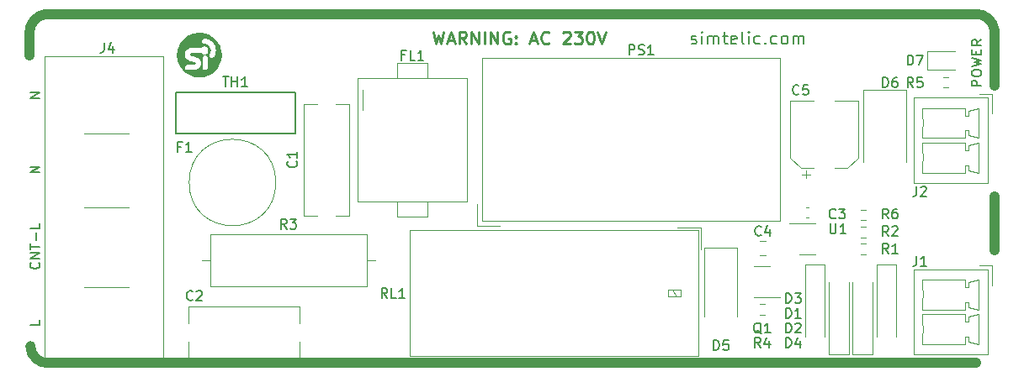
<source format=gbr>
%TF.GenerationSoftware,KiCad,Pcbnew,7.0.7-7.0.7~ubuntu22.04.1*%
%TF.CreationDate,2024-01-12T18:41:48+05:30*%
%TF.ProjectId,electronic-limit-sw,656c6563-7472-46f6-9e69-632d6c696d69,1.0.0*%
%TF.SameCoordinates,Original*%
%TF.FileFunction,Legend,Top*%
%TF.FilePolarity,Positive*%
%FSLAX46Y46*%
G04 Gerber Fmt 4.6, Leading zero omitted, Abs format (unit mm)*
G04 Created by KiCad (PCBNEW 7.0.7-7.0.7~ubuntu22.04.1) date 2024-01-12 18:41:48*
%MOMM*%
%LPD*%
G01*
G04 APERTURE LIST*
%ADD10C,1.000000*%
%ADD11C,0.200000*%
%ADD12C,0.150000*%
%ADD13C,0.250000*%
%ADD14C,0.120000*%
G04 APERTURE END LIST*
D10*
X91100003Y-77800021D02*
G75*
G03*
X89400001Y-79800000I230797J-1918679D01*
G01*
X186500000Y-79600000D02*
X186500000Y-85000000D01*
X89400000Y-79800000D02*
X89400000Y-82000000D01*
X186500000Y-96200000D02*
X186500000Y-101600000D01*
X89499902Y-111301332D02*
G75*
G03*
X91400000Y-113001329I1736598J29132D01*
G01*
X91200000Y-113000000D02*
X184700000Y-113000000D01*
X91100000Y-77800000D02*
X184600000Y-77800000D01*
X186518680Y-79469193D02*
G75*
G03*
X184600000Y-77800001I-1882380J-226407D01*
G01*
D11*
X156015475Y-80772350D02*
X156134522Y-80831873D01*
X156134522Y-80831873D02*
X156372618Y-80831873D01*
X156372618Y-80831873D02*
X156491665Y-80772350D01*
X156491665Y-80772350D02*
X156551189Y-80653302D01*
X156551189Y-80653302D02*
X156551189Y-80593778D01*
X156551189Y-80593778D02*
X156491665Y-80474730D01*
X156491665Y-80474730D02*
X156372618Y-80415207D01*
X156372618Y-80415207D02*
X156194046Y-80415207D01*
X156194046Y-80415207D02*
X156074999Y-80355683D01*
X156074999Y-80355683D02*
X156015475Y-80236635D01*
X156015475Y-80236635D02*
X156015475Y-80177111D01*
X156015475Y-80177111D02*
X156074999Y-80058064D01*
X156074999Y-80058064D02*
X156194046Y-79998540D01*
X156194046Y-79998540D02*
X156372618Y-79998540D01*
X156372618Y-79998540D02*
X156491665Y-80058064D01*
X157086904Y-80831873D02*
X157086904Y-79998540D01*
X157086904Y-79581873D02*
X157027380Y-79641397D01*
X157027380Y-79641397D02*
X157086904Y-79700921D01*
X157086904Y-79700921D02*
X157146427Y-79641397D01*
X157146427Y-79641397D02*
X157086904Y-79581873D01*
X157086904Y-79581873D02*
X157086904Y-79700921D01*
X157682142Y-80831873D02*
X157682142Y-79998540D01*
X157682142Y-80117588D02*
X157741665Y-80058064D01*
X157741665Y-80058064D02*
X157860713Y-79998540D01*
X157860713Y-79998540D02*
X158039284Y-79998540D01*
X158039284Y-79998540D02*
X158158332Y-80058064D01*
X158158332Y-80058064D02*
X158217856Y-80177111D01*
X158217856Y-80177111D02*
X158217856Y-80831873D01*
X158217856Y-80177111D02*
X158277380Y-80058064D01*
X158277380Y-80058064D02*
X158396427Y-79998540D01*
X158396427Y-79998540D02*
X158574999Y-79998540D01*
X158574999Y-79998540D02*
X158694046Y-80058064D01*
X158694046Y-80058064D02*
X158753570Y-80177111D01*
X158753570Y-80177111D02*
X158753570Y-80831873D01*
X159170237Y-79998540D02*
X159646428Y-79998540D01*
X159348809Y-79581873D02*
X159348809Y-80653302D01*
X159348809Y-80653302D02*
X159408332Y-80772350D01*
X159408332Y-80772350D02*
X159527380Y-80831873D01*
X159527380Y-80831873D02*
X159646428Y-80831873D01*
X160539285Y-80772350D02*
X160420237Y-80831873D01*
X160420237Y-80831873D02*
X160182142Y-80831873D01*
X160182142Y-80831873D02*
X160063095Y-80772350D01*
X160063095Y-80772350D02*
X160003571Y-80653302D01*
X160003571Y-80653302D02*
X160003571Y-80177111D01*
X160003571Y-80177111D02*
X160063095Y-80058064D01*
X160063095Y-80058064D02*
X160182142Y-79998540D01*
X160182142Y-79998540D02*
X160420237Y-79998540D01*
X160420237Y-79998540D02*
X160539285Y-80058064D01*
X160539285Y-80058064D02*
X160598809Y-80177111D01*
X160598809Y-80177111D02*
X160598809Y-80296159D01*
X160598809Y-80296159D02*
X160003571Y-80415207D01*
X161313095Y-80831873D02*
X161194047Y-80772350D01*
X161194047Y-80772350D02*
X161134524Y-80653302D01*
X161134524Y-80653302D02*
X161134524Y-79581873D01*
X161789286Y-80831873D02*
X161789286Y-79998540D01*
X161789286Y-79581873D02*
X161729762Y-79641397D01*
X161729762Y-79641397D02*
X161789286Y-79700921D01*
X161789286Y-79700921D02*
X161848809Y-79641397D01*
X161848809Y-79641397D02*
X161789286Y-79581873D01*
X161789286Y-79581873D02*
X161789286Y-79700921D01*
X162920238Y-80772350D02*
X162801190Y-80831873D01*
X162801190Y-80831873D02*
X162563095Y-80831873D01*
X162563095Y-80831873D02*
X162444047Y-80772350D01*
X162444047Y-80772350D02*
X162384524Y-80712826D01*
X162384524Y-80712826D02*
X162325000Y-80593778D01*
X162325000Y-80593778D02*
X162325000Y-80236635D01*
X162325000Y-80236635D02*
X162384524Y-80117588D01*
X162384524Y-80117588D02*
X162444047Y-80058064D01*
X162444047Y-80058064D02*
X162563095Y-79998540D01*
X162563095Y-79998540D02*
X162801190Y-79998540D01*
X162801190Y-79998540D02*
X162920238Y-80058064D01*
X163455953Y-80712826D02*
X163515476Y-80772350D01*
X163515476Y-80772350D02*
X163455953Y-80831873D01*
X163455953Y-80831873D02*
X163396429Y-80772350D01*
X163396429Y-80772350D02*
X163455953Y-80712826D01*
X163455953Y-80712826D02*
X163455953Y-80831873D01*
X164586905Y-80772350D02*
X164467857Y-80831873D01*
X164467857Y-80831873D02*
X164229762Y-80831873D01*
X164229762Y-80831873D02*
X164110714Y-80772350D01*
X164110714Y-80772350D02*
X164051191Y-80712826D01*
X164051191Y-80712826D02*
X163991667Y-80593778D01*
X163991667Y-80593778D02*
X163991667Y-80236635D01*
X163991667Y-80236635D02*
X164051191Y-80117588D01*
X164051191Y-80117588D02*
X164110714Y-80058064D01*
X164110714Y-80058064D02*
X164229762Y-79998540D01*
X164229762Y-79998540D02*
X164467857Y-79998540D01*
X164467857Y-79998540D02*
X164586905Y-80058064D01*
X165301191Y-80831873D02*
X165182143Y-80772350D01*
X165182143Y-80772350D02*
X165122620Y-80712826D01*
X165122620Y-80712826D02*
X165063096Y-80593778D01*
X165063096Y-80593778D02*
X165063096Y-80236635D01*
X165063096Y-80236635D02*
X165122620Y-80117588D01*
X165122620Y-80117588D02*
X165182143Y-80058064D01*
X165182143Y-80058064D02*
X165301191Y-79998540D01*
X165301191Y-79998540D02*
X165479762Y-79998540D01*
X165479762Y-79998540D02*
X165598810Y-80058064D01*
X165598810Y-80058064D02*
X165658334Y-80117588D01*
X165658334Y-80117588D02*
X165717858Y-80236635D01*
X165717858Y-80236635D02*
X165717858Y-80593778D01*
X165717858Y-80593778D02*
X165658334Y-80712826D01*
X165658334Y-80712826D02*
X165598810Y-80772350D01*
X165598810Y-80772350D02*
X165479762Y-80831873D01*
X165479762Y-80831873D02*
X165301191Y-80831873D01*
X166253572Y-80831873D02*
X166253572Y-79998540D01*
X166253572Y-80117588D02*
X166313095Y-80058064D01*
X166313095Y-80058064D02*
X166432143Y-79998540D01*
X166432143Y-79998540D02*
X166610714Y-79998540D01*
X166610714Y-79998540D02*
X166729762Y-80058064D01*
X166729762Y-80058064D02*
X166789286Y-80177111D01*
X166789286Y-80177111D02*
X166789286Y-80831873D01*
X166789286Y-80177111D02*
X166848810Y-80058064D01*
X166848810Y-80058064D02*
X166967857Y-79998540D01*
X166967857Y-79998540D02*
X167146429Y-79998540D01*
X167146429Y-79998540D02*
X167265476Y-80058064D01*
X167265476Y-80058064D02*
X167325000Y-80177111D01*
X167325000Y-80177111D02*
X167325000Y-80831873D01*
D12*
X90359580Y-102869047D02*
X90407200Y-102916666D01*
X90407200Y-102916666D02*
X90454819Y-103059523D01*
X90454819Y-103059523D02*
X90454819Y-103154761D01*
X90454819Y-103154761D02*
X90407200Y-103297618D01*
X90407200Y-103297618D02*
X90311961Y-103392856D01*
X90311961Y-103392856D02*
X90216723Y-103440475D01*
X90216723Y-103440475D02*
X90026247Y-103488094D01*
X90026247Y-103488094D02*
X89883390Y-103488094D01*
X89883390Y-103488094D02*
X89692914Y-103440475D01*
X89692914Y-103440475D02*
X89597676Y-103392856D01*
X89597676Y-103392856D02*
X89502438Y-103297618D01*
X89502438Y-103297618D02*
X89454819Y-103154761D01*
X89454819Y-103154761D02*
X89454819Y-103059523D01*
X89454819Y-103059523D02*
X89502438Y-102916666D01*
X89502438Y-102916666D02*
X89550057Y-102869047D01*
X90454819Y-102440475D02*
X89454819Y-102440475D01*
X89454819Y-102440475D02*
X90454819Y-101869047D01*
X90454819Y-101869047D02*
X89454819Y-101869047D01*
X89454819Y-101535713D02*
X89454819Y-100964285D01*
X90454819Y-101249999D02*
X89454819Y-101249999D01*
X90073866Y-100630951D02*
X90073866Y-99869047D01*
X90454819Y-98916666D02*
X90454819Y-99392856D01*
X90454819Y-99392856D02*
X89454819Y-99392856D01*
X90454819Y-93785713D02*
X89454819Y-93785713D01*
X89454819Y-93785713D02*
X90454819Y-93214285D01*
X90454819Y-93214285D02*
X89454819Y-93214285D01*
X90454819Y-86285713D02*
X89454819Y-86285713D01*
X89454819Y-86285713D02*
X90454819Y-85714285D01*
X90454819Y-85714285D02*
X89454819Y-85714285D01*
X90454819Y-108690476D02*
X90454819Y-109166666D01*
X90454819Y-109166666D02*
X89454819Y-109166666D01*
X185204819Y-85059523D02*
X184204819Y-85059523D01*
X184204819Y-85059523D02*
X184204819Y-84678571D01*
X184204819Y-84678571D02*
X184252438Y-84583333D01*
X184252438Y-84583333D02*
X184300057Y-84535714D01*
X184300057Y-84535714D02*
X184395295Y-84488095D01*
X184395295Y-84488095D02*
X184538152Y-84488095D01*
X184538152Y-84488095D02*
X184633390Y-84535714D01*
X184633390Y-84535714D02*
X184681009Y-84583333D01*
X184681009Y-84583333D02*
X184728628Y-84678571D01*
X184728628Y-84678571D02*
X184728628Y-85059523D01*
X184204819Y-83869047D02*
X184204819Y-83678571D01*
X184204819Y-83678571D02*
X184252438Y-83583333D01*
X184252438Y-83583333D02*
X184347676Y-83488095D01*
X184347676Y-83488095D02*
X184538152Y-83440476D01*
X184538152Y-83440476D02*
X184871485Y-83440476D01*
X184871485Y-83440476D02*
X185061961Y-83488095D01*
X185061961Y-83488095D02*
X185157200Y-83583333D01*
X185157200Y-83583333D02*
X185204819Y-83678571D01*
X185204819Y-83678571D02*
X185204819Y-83869047D01*
X185204819Y-83869047D02*
X185157200Y-83964285D01*
X185157200Y-83964285D02*
X185061961Y-84059523D01*
X185061961Y-84059523D02*
X184871485Y-84107142D01*
X184871485Y-84107142D02*
X184538152Y-84107142D01*
X184538152Y-84107142D02*
X184347676Y-84059523D01*
X184347676Y-84059523D02*
X184252438Y-83964285D01*
X184252438Y-83964285D02*
X184204819Y-83869047D01*
X184204819Y-83107142D02*
X185204819Y-82869047D01*
X185204819Y-82869047D02*
X184490533Y-82678571D01*
X184490533Y-82678571D02*
X185204819Y-82488095D01*
X185204819Y-82488095D02*
X184204819Y-82250000D01*
X184681009Y-81869047D02*
X184681009Y-81535714D01*
X185204819Y-81392857D02*
X185204819Y-81869047D01*
X185204819Y-81869047D02*
X184204819Y-81869047D01*
X184204819Y-81869047D02*
X184204819Y-81392857D01*
X185204819Y-80392857D02*
X184728628Y-80726190D01*
X185204819Y-80964285D02*
X184204819Y-80964285D01*
X184204819Y-80964285D02*
X184204819Y-80583333D01*
X184204819Y-80583333D02*
X184252438Y-80488095D01*
X184252438Y-80488095D02*
X184300057Y-80440476D01*
X184300057Y-80440476D02*
X184395295Y-80392857D01*
X184395295Y-80392857D02*
X184538152Y-80392857D01*
X184538152Y-80392857D02*
X184633390Y-80440476D01*
X184633390Y-80440476D02*
X184681009Y-80488095D01*
X184681009Y-80488095D02*
X184728628Y-80583333D01*
X184728628Y-80583333D02*
X184728628Y-80964285D01*
D13*
X130023285Y-79579273D02*
X130320904Y-80829273D01*
X130320904Y-80829273D02*
X130558999Y-79936416D01*
X130558999Y-79936416D02*
X130797094Y-80829273D01*
X130797094Y-80829273D02*
X131094714Y-79579273D01*
X131511380Y-80472130D02*
X132106618Y-80472130D01*
X131392332Y-80829273D02*
X131808999Y-79579273D01*
X131808999Y-79579273D02*
X132225665Y-80829273D01*
X133356618Y-80829273D02*
X132939952Y-80234035D01*
X132642333Y-80829273D02*
X132642333Y-79579273D01*
X132642333Y-79579273D02*
X133118523Y-79579273D01*
X133118523Y-79579273D02*
X133237571Y-79638797D01*
X133237571Y-79638797D02*
X133297094Y-79698321D01*
X133297094Y-79698321D02*
X133356618Y-79817369D01*
X133356618Y-79817369D02*
X133356618Y-79995940D01*
X133356618Y-79995940D02*
X133297094Y-80114988D01*
X133297094Y-80114988D02*
X133237571Y-80174511D01*
X133237571Y-80174511D02*
X133118523Y-80234035D01*
X133118523Y-80234035D02*
X132642333Y-80234035D01*
X133892333Y-80829273D02*
X133892333Y-79579273D01*
X133892333Y-79579273D02*
X134606618Y-80829273D01*
X134606618Y-80829273D02*
X134606618Y-79579273D01*
X135201857Y-80829273D02*
X135201857Y-79579273D01*
X135797095Y-80829273D02*
X135797095Y-79579273D01*
X135797095Y-79579273D02*
X136511380Y-80829273D01*
X136511380Y-80829273D02*
X136511380Y-79579273D01*
X137761380Y-79638797D02*
X137642333Y-79579273D01*
X137642333Y-79579273D02*
X137463761Y-79579273D01*
X137463761Y-79579273D02*
X137285190Y-79638797D01*
X137285190Y-79638797D02*
X137166142Y-79757845D01*
X137166142Y-79757845D02*
X137106619Y-79876892D01*
X137106619Y-79876892D02*
X137047095Y-80114988D01*
X137047095Y-80114988D02*
X137047095Y-80293559D01*
X137047095Y-80293559D02*
X137106619Y-80531654D01*
X137106619Y-80531654D02*
X137166142Y-80650702D01*
X137166142Y-80650702D02*
X137285190Y-80769750D01*
X137285190Y-80769750D02*
X137463761Y-80829273D01*
X137463761Y-80829273D02*
X137582809Y-80829273D01*
X137582809Y-80829273D02*
X137761380Y-80769750D01*
X137761380Y-80769750D02*
X137820904Y-80710226D01*
X137820904Y-80710226D02*
X137820904Y-80293559D01*
X137820904Y-80293559D02*
X137582809Y-80293559D01*
X138356619Y-80710226D02*
X138416142Y-80769750D01*
X138416142Y-80769750D02*
X138356619Y-80829273D01*
X138356619Y-80829273D02*
X138297095Y-80769750D01*
X138297095Y-80769750D02*
X138356619Y-80710226D01*
X138356619Y-80710226D02*
X138356619Y-80829273D01*
X138356619Y-80055464D02*
X138416142Y-80114988D01*
X138416142Y-80114988D02*
X138356619Y-80174511D01*
X138356619Y-80174511D02*
X138297095Y-80114988D01*
X138297095Y-80114988D02*
X138356619Y-80055464D01*
X138356619Y-80055464D02*
X138356619Y-80174511D01*
X139844714Y-80472130D02*
X140439952Y-80472130D01*
X139725666Y-80829273D02*
X140142333Y-79579273D01*
X140142333Y-79579273D02*
X140558999Y-80829273D01*
X141689952Y-80710226D02*
X141630428Y-80769750D01*
X141630428Y-80769750D02*
X141451857Y-80829273D01*
X141451857Y-80829273D02*
X141332809Y-80829273D01*
X141332809Y-80829273D02*
X141154238Y-80769750D01*
X141154238Y-80769750D02*
X141035190Y-80650702D01*
X141035190Y-80650702D02*
X140975667Y-80531654D01*
X140975667Y-80531654D02*
X140916143Y-80293559D01*
X140916143Y-80293559D02*
X140916143Y-80114988D01*
X140916143Y-80114988D02*
X140975667Y-79876892D01*
X140975667Y-79876892D02*
X141035190Y-79757845D01*
X141035190Y-79757845D02*
X141154238Y-79638797D01*
X141154238Y-79638797D02*
X141332809Y-79579273D01*
X141332809Y-79579273D02*
X141451857Y-79579273D01*
X141451857Y-79579273D02*
X141630428Y-79638797D01*
X141630428Y-79638797D02*
X141689952Y-79698321D01*
X143118524Y-79698321D02*
X143178048Y-79638797D01*
X143178048Y-79638797D02*
X143297095Y-79579273D01*
X143297095Y-79579273D02*
X143594714Y-79579273D01*
X143594714Y-79579273D02*
X143713762Y-79638797D01*
X143713762Y-79638797D02*
X143773286Y-79698321D01*
X143773286Y-79698321D02*
X143832809Y-79817369D01*
X143832809Y-79817369D02*
X143832809Y-79936416D01*
X143832809Y-79936416D02*
X143773286Y-80114988D01*
X143773286Y-80114988D02*
X143059000Y-80829273D01*
X143059000Y-80829273D02*
X143832809Y-80829273D01*
X144249476Y-79579273D02*
X145023285Y-79579273D01*
X145023285Y-79579273D02*
X144606619Y-80055464D01*
X144606619Y-80055464D02*
X144785190Y-80055464D01*
X144785190Y-80055464D02*
X144904238Y-80114988D01*
X144904238Y-80114988D02*
X144963762Y-80174511D01*
X144963762Y-80174511D02*
X145023285Y-80293559D01*
X145023285Y-80293559D02*
X145023285Y-80591178D01*
X145023285Y-80591178D02*
X144963762Y-80710226D01*
X144963762Y-80710226D02*
X144904238Y-80769750D01*
X144904238Y-80769750D02*
X144785190Y-80829273D01*
X144785190Y-80829273D02*
X144428047Y-80829273D01*
X144428047Y-80829273D02*
X144309000Y-80769750D01*
X144309000Y-80769750D02*
X144249476Y-80710226D01*
X145797095Y-79579273D02*
X145916142Y-79579273D01*
X145916142Y-79579273D02*
X146035190Y-79638797D01*
X146035190Y-79638797D02*
X146094714Y-79698321D01*
X146094714Y-79698321D02*
X146154238Y-79817369D01*
X146154238Y-79817369D02*
X146213761Y-80055464D01*
X146213761Y-80055464D02*
X146213761Y-80353083D01*
X146213761Y-80353083D02*
X146154238Y-80591178D01*
X146154238Y-80591178D02*
X146094714Y-80710226D01*
X146094714Y-80710226D02*
X146035190Y-80769750D01*
X146035190Y-80769750D02*
X145916142Y-80829273D01*
X145916142Y-80829273D02*
X145797095Y-80829273D01*
X145797095Y-80829273D02*
X145678047Y-80769750D01*
X145678047Y-80769750D02*
X145618523Y-80710226D01*
X145618523Y-80710226D02*
X145559000Y-80591178D01*
X145559000Y-80591178D02*
X145499476Y-80353083D01*
X145499476Y-80353083D02*
X145499476Y-80055464D01*
X145499476Y-80055464D02*
X145559000Y-79817369D01*
X145559000Y-79817369D02*
X145618523Y-79698321D01*
X145618523Y-79698321D02*
X145678047Y-79638797D01*
X145678047Y-79638797D02*
X145797095Y-79579273D01*
X146570904Y-79579273D02*
X146987571Y-80829273D01*
X146987571Y-80829273D02*
X147404237Y-79579273D01*
D12*
X165511905Y-108454819D02*
X165511905Y-107454819D01*
X165511905Y-107454819D02*
X165750000Y-107454819D01*
X165750000Y-107454819D02*
X165892857Y-107502438D01*
X165892857Y-107502438D02*
X165988095Y-107597676D01*
X165988095Y-107597676D02*
X166035714Y-107692914D01*
X166035714Y-107692914D02*
X166083333Y-107883390D01*
X166083333Y-107883390D02*
X166083333Y-108026247D01*
X166083333Y-108026247D02*
X166035714Y-108216723D01*
X166035714Y-108216723D02*
X165988095Y-108311961D01*
X165988095Y-108311961D02*
X165892857Y-108407200D01*
X165892857Y-108407200D02*
X165750000Y-108454819D01*
X165750000Y-108454819D02*
X165511905Y-108454819D01*
X167035714Y-108454819D02*
X166464286Y-108454819D01*
X166750000Y-108454819D02*
X166750000Y-107454819D01*
X166750000Y-107454819D02*
X166654762Y-107597676D01*
X166654762Y-107597676D02*
X166559524Y-107692914D01*
X166559524Y-107692914D02*
X166464286Y-107740533D01*
X162983333Y-111454819D02*
X162650000Y-110978628D01*
X162411905Y-111454819D02*
X162411905Y-110454819D01*
X162411905Y-110454819D02*
X162792857Y-110454819D01*
X162792857Y-110454819D02*
X162888095Y-110502438D01*
X162888095Y-110502438D02*
X162935714Y-110550057D01*
X162935714Y-110550057D02*
X162983333Y-110645295D01*
X162983333Y-110645295D02*
X162983333Y-110788152D01*
X162983333Y-110788152D02*
X162935714Y-110883390D01*
X162935714Y-110883390D02*
X162888095Y-110931009D01*
X162888095Y-110931009D02*
X162792857Y-110978628D01*
X162792857Y-110978628D02*
X162411905Y-110978628D01*
X163840476Y-110788152D02*
X163840476Y-111454819D01*
X163602381Y-110407200D02*
X163364286Y-111121485D01*
X163364286Y-111121485D02*
X163983333Y-111121485D01*
X104666666Y-91181009D02*
X104333333Y-91181009D01*
X104333333Y-91704819D02*
X104333333Y-90704819D01*
X104333333Y-90704819D02*
X104809523Y-90704819D01*
X105714285Y-91704819D02*
X105142857Y-91704819D01*
X105428571Y-91704819D02*
X105428571Y-90704819D01*
X105428571Y-90704819D02*
X105333333Y-90847676D01*
X105333333Y-90847676D02*
X105238095Y-90942914D01*
X105238095Y-90942914D02*
X105142857Y-90990533D01*
X115283333Y-99484819D02*
X114950000Y-99008628D01*
X114711905Y-99484819D02*
X114711905Y-98484819D01*
X114711905Y-98484819D02*
X115092857Y-98484819D01*
X115092857Y-98484819D02*
X115188095Y-98532438D01*
X115188095Y-98532438D02*
X115235714Y-98580057D01*
X115235714Y-98580057D02*
X115283333Y-98675295D01*
X115283333Y-98675295D02*
X115283333Y-98818152D01*
X115283333Y-98818152D02*
X115235714Y-98913390D01*
X115235714Y-98913390D02*
X115188095Y-98961009D01*
X115188095Y-98961009D02*
X115092857Y-99008628D01*
X115092857Y-99008628D02*
X114711905Y-99008628D01*
X115616667Y-98484819D02*
X116235714Y-98484819D01*
X116235714Y-98484819D02*
X115902381Y-98865771D01*
X115902381Y-98865771D02*
X116045238Y-98865771D01*
X116045238Y-98865771D02*
X116140476Y-98913390D01*
X116140476Y-98913390D02*
X116188095Y-98961009D01*
X116188095Y-98961009D02*
X116235714Y-99056247D01*
X116235714Y-99056247D02*
X116235714Y-99294342D01*
X116235714Y-99294342D02*
X116188095Y-99389580D01*
X116188095Y-99389580D02*
X116140476Y-99437200D01*
X116140476Y-99437200D02*
X116045238Y-99484819D01*
X116045238Y-99484819D02*
X115759524Y-99484819D01*
X115759524Y-99484819D02*
X115664286Y-99437200D01*
X115664286Y-99437200D02*
X115616667Y-99389580D01*
X169988095Y-98954819D02*
X169988095Y-99764342D01*
X169988095Y-99764342D02*
X170035714Y-99859580D01*
X170035714Y-99859580D02*
X170083333Y-99907200D01*
X170083333Y-99907200D02*
X170178571Y-99954819D01*
X170178571Y-99954819D02*
X170369047Y-99954819D01*
X170369047Y-99954819D02*
X170464285Y-99907200D01*
X170464285Y-99907200D02*
X170511904Y-99859580D01*
X170511904Y-99859580D02*
X170559523Y-99764342D01*
X170559523Y-99764342D02*
X170559523Y-98954819D01*
X171559523Y-99954819D02*
X170988095Y-99954819D01*
X171273809Y-99954819D02*
X171273809Y-98954819D01*
X171273809Y-98954819D02*
X171178571Y-99097676D01*
X171178571Y-99097676D02*
X171083333Y-99192914D01*
X171083333Y-99192914D02*
X170988095Y-99240533D01*
X125428571Y-106454819D02*
X125095238Y-105978628D01*
X124857143Y-106454819D02*
X124857143Y-105454819D01*
X124857143Y-105454819D02*
X125238095Y-105454819D01*
X125238095Y-105454819D02*
X125333333Y-105502438D01*
X125333333Y-105502438D02*
X125380952Y-105550057D01*
X125380952Y-105550057D02*
X125428571Y-105645295D01*
X125428571Y-105645295D02*
X125428571Y-105788152D01*
X125428571Y-105788152D02*
X125380952Y-105883390D01*
X125380952Y-105883390D02*
X125333333Y-105931009D01*
X125333333Y-105931009D02*
X125238095Y-105978628D01*
X125238095Y-105978628D02*
X124857143Y-105978628D01*
X126333333Y-106454819D02*
X125857143Y-106454819D01*
X125857143Y-106454819D02*
X125857143Y-105454819D01*
X127190476Y-106454819D02*
X126619048Y-106454819D01*
X126904762Y-106454819D02*
X126904762Y-105454819D01*
X126904762Y-105454819D02*
X126809524Y-105597676D01*
X126809524Y-105597676D02*
X126714286Y-105692914D01*
X126714286Y-105692914D02*
X126619048Y-105740533D01*
X158261905Y-111704819D02*
X158261905Y-110704819D01*
X158261905Y-110704819D02*
X158500000Y-110704819D01*
X158500000Y-110704819D02*
X158642857Y-110752438D01*
X158642857Y-110752438D02*
X158738095Y-110847676D01*
X158738095Y-110847676D02*
X158785714Y-110942914D01*
X158785714Y-110942914D02*
X158833333Y-111133390D01*
X158833333Y-111133390D02*
X158833333Y-111276247D01*
X158833333Y-111276247D02*
X158785714Y-111466723D01*
X158785714Y-111466723D02*
X158738095Y-111561961D01*
X158738095Y-111561961D02*
X158642857Y-111657200D01*
X158642857Y-111657200D02*
X158500000Y-111704819D01*
X158500000Y-111704819D02*
X158261905Y-111704819D01*
X159738095Y-110704819D02*
X159261905Y-110704819D01*
X159261905Y-110704819D02*
X159214286Y-111181009D01*
X159214286Y-111181009D02*
X159261905Y-111133390D01*
X159261905Y-111133390D02*
X159357143Y-111085771D01*
X159357143Y-111085771D02*
X159595238Y-111085771D01*
X159595238Y-111085771D02*
X159690476Y-111133390D01*
X159690476Y-111133390D02*
X159738095Y-111181009D01*
X159738095Y-111181009D02*
X159785714Y-111276247D01*
X159785714Y-111276247D02*
X159785714Y-111514342D01*
X159785714Y-111514342D02*
X159738095Y-111609580D01*
X159738095Y-111609580D02*
X159690476Y-111657200D01*
X159690476Y-111657200D02*
X159595238Y-111704819D01*
X159595238Y-111704819D02*
X159357143Y-111704819D01*
X159357143Y-111704819D02*
X159261905Y-111657200D01*
X159261905Y-111657200D02*
X159214286Y-111609580D01*
X165511905Y-109954819D02*
X165511905Y-108954819D01*
X165511905Y-108954819D02*
X165750000Y-108954819D01*
X165750000Y-108954819D02*
X165892857Y-109002438D01*
X165892857Y-109002438D02*
X165988095Y-109097676D01*
X165988095Y-109097676D02*
X166035714Y-109192914D01*
X166035714Y-109192914D02*
X166083333Y-109383390D01*
X166083333Y-109383390D02*
X166083333Y-109526247D01*
X166083333Y-109526247D02*
X166035714Y-109716723D01*
X166035714Y-109716723D02*
X165988095Y-109811961D01*
X165988095Y-109811961D02*
X165892857Y-109907200D01*
X165892857Y-109907200D02*
X165750000Y-109954819D01*
X165750000Y-109954819D02*
X165511905Y-109954819D01*
X166464286Y-109050057D02*
X166511905Y-109002438D01*
X166511905Y-109002438D02*
X166607143Y-108954819D01*
X166607143Y-108954819D02*
X166845238Y-108954819D01*
X166845238Y-108954819D02*
X166940476Y-109002438D01*
X166940476Y-109002438D02*
X166988095Y-109050057D01*
X166988095Y-109050057D02*
X167035714Y-109145295D01*
X167035714Y-109145295D02*
X167035714Y-109240533D01*
X167035714Y-109240533D02*
X166988095Y-109383390D01*
X166988095Y-109383390D02*
X166416667Y-109954819D01*
X166416667Y-109954819D02*
X167035714Y-109954819D01*
X127201904Y-81931009D02*
X126868571Y-81931009D01*
X126868571Y-82454819D02*
X126868571Y-81454819D01*
X126868571Y-81454819D02*
X127344761Y-81454819D01*
X128201904Y-82454819D02*
X127725714Y-82454819D01*
X127725714Y-82454819D02*
X127725714Y-81454819D01*
X129059047Y-82454819D02*
X128487619Y-82454819D01*
X128773333Y-82454819D02*
X128773333Y-81454819D01*
X128773333Y-81454819D02*
X128678095Y-81597676D01*
X128678095Y-81597676D02*
X128582857Y-81692914D01*
X128582857Y-81692914D02*
X128487619Y-81740533D01*
X175833333Y-98454819D02*
X175500000Y-97978628D01*
X175261905Y-98454819D02*
X175261905Y-97454819D01*
X175261905Y-97454819D02*
X175642857Y-97454819D01*
X175642857Y-97454819D02*
X175738095Y-97502438D01*
X175738095Y-97502438D02*
X175785714Y-97550057D01*
X175785714Y-97550057D02*
X175833333Y-97645295D01*
X175833333Y-97645295D02*
X175833333Y-97788152D01*
X175833333Y-97788152D02*
X175785714Y-97883390D01*
X175785714Y-97883390D02*
X175738095Y-97931009D01*
X175738095Y-97931009D02*
X175642857Y-97978628D01*
X175642857Y-97978628D02*
X175261905Y-97978628D01*
X176690476Y-97454819D02*
X176500000Y-97454819D01*
X176500000Y-97454819D02*
X176404762Y-97502438D01*
X176404762Y-97502438D02*
X176357143Y-97550057D01*
X176357143Y-97550057D02*
X176261905Y-97692914D01*
X176261905Y-97692914D02*
X176214286Y-97883390D01*
X176214286Y-97883390D02*
X176214286Y-98264342D01*
X176214286Y-98264342D02*
X176261905Y-98359580D01*
X176261905Y-98359580D02*
X176309524Y-98407200D01*
X176309524Y-98407200D02*
X176404762Y-98454819D01*
X176404762Y-98454819D02*
X176595238Y-98454819D01*
X176595238Y-98454819D02*
X176690476Y-98407200D01*
X176690476Y-98407200D02*
X176738095Y-98359580D01*
X176738095Y-98359580D02*
X176785714Y-98264342D01*
X176785714Y-98264342D02*
X176785714Y-98026247D01*
X176785714Y-98026247D02*
X176738095Y-97931009D01*
X176738095Y-97931009D02*
X176690476Y-97883390D01*
X176690476Y-97883390D02*
X176595238Y-97835771D01*
X176595238Y-97835771D02*
X176404762Y-97835771D01*
X176404762Y-97835771D02*
X176309524Y-97883390D01*
X176309524Y-97883390D02*
X176261905Y-97931009D01*
X176261905Y-97931009D02*
X176214286Y-98026247D01*
X175833333Y-100204819D02*
X175500000Y-99728628D01*
X175261905Y-100204819D02*
X175261905Y-99204819D01*
X175261905Y-99204819D02*
X175642857Y-99204819D01*
X175642857Y-99204819D02*
X175738095Y-99252438D01*
X175738095Y-99252438D02*
X175785714Y-99300057D01*
X175785714Y-99300057D02*
X175833333Y-99395295D01*
X175833333Y-99395295D02*
X175833333Y-99538152D01*
X175833333Y-99538152D02*
X175785714Y-99633390D01*
X175785714Y-99633390D02*
X175738095Y-99681009D01*
X175738095Y-99681009D02*
X175642857Y-99728628D01*
X175642857Y-99728628D02*
X175261905Y-99728628D01*
X176214286Y-99300057D02*
X176261905Y-99252438D01*
X176261905Y-99252438D02*
X176357143Y-99204819D01*
X176357143Y-99204819D02*
X176595238Y-99204819D01*
X176595238Y-99204819D02*
X176690476Y-99252438D01*
X176690476Y-99252438D02*
X176738095Y-99300057D01*
X176738095Y-99300057D02*
X176785714Y-99395295D01*
X176785714Y-99395295D02*
X176785714Y-99490533D01*
X176785714Y-99490533D02*
X176738095Y-99633390D01*
X176738095Y-99633390D02*
X176166667Y-100204819D01*
X176166667Y-100204819D02*
X176785714Y-100204819D01*
X175261905Y-85204819D02*
X175261905Y-84204819D01*
X175261905Y-84204819D02*
X175500000Y-84204819D01*
X175500000Y-84204819D02*
X175642857Y-84252438D01*
X175642857Y-84252438D02*
X175738095Y-84347676D01*
X175738095Y-84347676D02*
X175785714Y-84442914D01*
X175785714Y-84442914D02*
X175833333Y-84633390D01*
X175833333Y-84633390D02*
X175833333Y-84776247D01*
X175833333Y-84776247D02*
X175785714Y-84966723D01*
X175785714Y-84966723D02*
X175738095Y-85061961D01*
X175738095Y-85061961D02*
X175642857Y-85157200D01*
X175642857Y-85157200D02*
X175500000Y-85204819D01*
X175500000Y-85204819D02*
X175261905Y-85204819D01*
X176690476Y-84204819D02*
X176500000Y-84204819D01*
X176500000Y-84204819D02*
X176404762Y-84252438D01*
X176404762Y-84252438D02*
X176357143Y-84300057D01*
X176357143Y-84300057D02*
X176261905Y-84442914D01*
X176261905Y-84442914D02*
X176214286Y-84633390D01*
X176214286Y-84633390D02*
X176214286Y-85014342D01*
X176214286Y-85014342D02*
X176261905Y-85109580D01*
X176261905Y-85109580D02*
X176309524Y-85157200D01*
X176309524Y-85157200D02*
X176404762Y-85204819D01*
X176404762Y-85204819D02*
X176595238Y-85204819D01*
X176595238Y-85204819D02*
X176690476Y-85157200D01*
X176690476Y-85157200D02*
X176738095Y-85109580D01*
X176738095Y-85109580D02*
X176785714Y-85014342D01*
X176785714Y-85014342D02*
X176785714Y-84776247D01*
X176785714Y-84776247D02*
X176738095Y-84681009D01*
X176738095Y-84681009D02*
X176690476Y-84633390D01*
X176690476Y-84633390D02*
X176595238Y-84585771D01*
X176595238Y-84585771D02*
X176404762Y-84585771D01*
X176404762Y-84585771D02*
X176309524Y-84633390D01*
X176309524Y-84633390D02*
X176261905Y-84681009D01*
X176261905Y-84681009D02*
X176214286Y-84776247D01*
X165511905Y-111454819D02*
X165511905Y-110454819D01*
X165511905Y-110454819D02*
X165750000Y-110454819D01*
X165750000Y-110454819D02*
X165892857Y-110502438D01*
X165892857Y-110502438D02*
X165988095Y-110597676D01*
X165988095Y-110597676D02*
X166035714Y-110692914D01*
X166035714Y-110692914D02*
X166083333Y-110883390D01*
X166083333Y-110883390D02*
X166083333Y-111026247D01*
X166083333Y-111026247D02*
X166035714Y-111216723D01*
X166035714Y-111216723D02*
X165988095Y-111311961D01*
X165988095Y-111311961D02*
X165892857Y-111407200D01*
X165892857Y-111407200D02*
X165750000Y-111454819D01*
X165750000Y-111454819D02*
X165511905Y-111454819D01*
X166940476Y-110788152D02*
X166940476Y-111454819D01*
X166702381Y-110407200D02*
X166464286Y-111121485D01*
X166464286Y-111121485D02*
X167083333Y-111121485D01*
X116259580Y-92666666D02*
X116307200Y-92714285D01*
X116307200Y-92714285D02*
X116354819Y-92857142D01*
X116354819Y-92857142D02*
X116354819Y-92952380D01*
X116354819Y-92952380D02*
X116307200Y-93095237D01*
X116307200Y-93095237D02*
X116211961Y-93190475D01*
X116211961Y-93190475D02*
X116116723Y-93238094D01*
X116116723Y-93238094D02*
X115926247Y-93285713D01*
X115926247Y-93285713D02*
X115783390Y-93285713D01*
X115783390Y-93285713D02*
X115592914Y-93238094D01*
X115592914Y-93238094D02*
X115497676Y-93190475D01*
X115497676Y-93190475D02*
X115402438Y-93095237D01*
X115402438Y-93095237D02*
X115354819Y-92952380D01*
X115354819Y-92952380D02*
X115354819Y-92857142D01*
X115354819Y-92857142D02*
X115402438Y-92714285D01*
X115402438Y-92714285D02*
X115450057Y-92666666D01*
X116354819Y-91714285D02*
X116354819Y-92285713D01*
X116354819Y-91999999D02*
X115354819Y-91999999D01*
X115354819Y-91999999D02*
X115497676Y-92095237D01*
X115497676Y-92095237D02*
X115592914Y-92190475D01*
X115592914Y-92190475D02*
X115640533Y-92285713D01*
X175833333Y-101954819D02*
X175500000Y-101478628D01*
X175261905Y-101954819D02*
X175261905Y-100954819D01*
X175261905Y-100954819D02*
X175642857Y-100954819D01*
X175642857Y-100954819D02*
X175738095Y-101002438D01*
X175738095Y-101002438D02*
X175785714Y-101050057D01*
X175785714Y-101050057D02*
X175833333Y-101145295D01*
X175833333Y-101145295D02*
X175833333Y-101288152D01*
X175833333Y-101288152D02*
X175785714Y-101383390D01*
X175785714Y-101383390D02*
X175738095Y-101431009D01*
X175738095Y-101431009D02*
X175642857Y-101478628D01*
X175642857Y-101478628D02*
X175261905Y-101478628D01*
X176785714Y-101954819D02*
X176214286Y-101954819D01*
X176500000Y-101954819D02*
X176500000Y-100954819D01*
X176500000Y-100954819D02*
X176404762Y-101097676D01*
X176404762Y-101097676D02*
X176309524Y-101192914D01*
X176309524Y-101192914D02*
X176214286Y-101240533D01*
X165511905Y-106954819D02*
X165511905Y-105954819D01*
X165511905Y-105954819D02*
X165750000Y-105954819D01*
X165750000Y-105954819D02*
X165892857Y-106002438D01*
X165892857Y-106002438D02*
X165988095Y-106097676D01*
X165988095Y-106097676D02*
X166035714Y-106192914D01*
X166035714Y-106192914D02*
X166083333Y-106383390D01*
X166083333Y-106383390D02*
X166083333Y-106526247D01*
X166083333Y-106526247D02*
X166035714Y-106716723D01*
X166035714Y-106716723D02*
X165988095Y-106811961D01*
X165988095Y-106811961D02*
X165892857Y-106907200D01*
X165892857Y-106907200D02*
X165750000Y-106954819D01*
X165750000Y-106954819D02*
X165511905Y-106954819D01*
X166416667Y-105954819D02*
X167035714Y-105954819D01*
X167035714Y-105954819D02*
X166702381Y-106335771D01*
X166702381Y-106335771D02*
X166845238Y-106335771D01*
X166845238Y-106335771D02*
X166940476Y-106383390D01*
X166940476Y-106383390D02*
X166988095Y-106431009D01*
X166988095Y-106431009D02*
X167035714Y-106526247D01*
X167035714Y-106526247D02*
X167035714Y-106764342D01*
X167035714Y-106764342D02*
X166988095Y-106859580D01*
X166988095Y-106859580D02*
X166940476Y-106907200D01*
X166940476Y-106907200D02*
X166845238Y-106954819D01*
X166845238Y-106954819D02*
X166559524Y-106954819D01*
X166559524Y-106954819D02*
X166464286Y-106907200D01*
X166464286Y-106907200D02*
X166416667Y-106859580D01*
X105833333Y-106609580D02*
X105785714Y-106657200D01*
X105785714Y-106657200D02*
X105642857Y-106704819D01*
X105642857Y-106704819D02*
X105547619Y-106704819D01*
X105547619Y-106704819D02*
X105404762Y-106657200D01*
X105404762Y-106657200D02*
X105309524Y-106561961D01*
X105309524Y-106561961D02*
X105261905Y-106466723D01*
X105261905Y-106466723D02*
X105214286Y-106276247D01*
X105214286Y-106276247D02*
X105214286Y-106133390D01*
X105214286Y-106133390D02*
X105261905Y-105942914D01*
X105261905Y-105942914D02*
X105309524Y-105847676D01*
X105309524Y-105847676D02*
X105404762Y-105752438D01*
X105404762Y-105752438D02*
X105547619Y-105704819D01*
X105547619Y-105704819D02*
X105642857Y-105704819D01*
X105642857Y-105704819D02*
X105785714Y-105752438D01*
X105785714Y-105752438D02*
X105833333Y-105800057D01*
X106214286Y-105800057D02*
X106261905Y-105752438D01*
X106261905Y-105752438D02*
X106357143Y-105704819D01*
X106357143Y-105704819D02*
X106595238Y-105704819D01*
X106595238Y-105704819D02*
X106690476Y-105752438D01*
X106690476Y-105752438D02*
X106738095Y-105800057D01*
X106738095Y-105800057D02*
X106785714Y-105895295D01*
X106785714Y-105895295D02*
X106785714Y-105990533D01*
X106785714Y-105990533D02*
X106738095Y-106133390D01*
X106738095Y-106133390D02*
X106166667Y-106704819D01*
X106166667Y-106704819D02*
X106785714Y-106704819D01*
X108864286Y-84138149D02*
X109435714Y-84138149D01*
X109150000Y-85138149D02*
X109150000Y-84138149D01*
X109769048Y-85138149D02*
X109769048Y-84138149D01*
X109769048Y-84614339D02*
X110340476Y-84614339D01*
X110340476Y-85138149D02*
X110340476Y-84138149D01*
X111340476Y-85138149D02*
X110769048Y-85138149D01*
X111054762Y-85138149D02*
X111054762Y-84138149D01*
X111054762Y-84138149D02*
X110959524Y-84281006D01*
X110959524Y-84281006D02*
X110864286Y-84376244D01*
X110864286Y-84376244D02*
X110769048Y-84423863D01*
X166833333Y-85859580D02*
X166785714Y-85907200D01*
X166785714Y-85907200D02*
X166642857Y-85954819D01*
X166642857Y-85954819D02*
X166547619Y-85954819D01*
X166547619Y-85954819D02*
X166404762Y-85907200D01*
X166404762Y-85907200D02*
X166309524Y-85811961D01*
X166309524Y-85811961D02*
X166261905Y-85716723D01*
X166261905Y-85716723D02*
X166214286Y-85526247D01*
X166214286Y-85526247D02*
X166214286Y-85383390D01*
X166214286Y-85383390D02*
X166261905Y-85192914D01*
X166261905Y-85192914D02*
X166309524Y-85097676D01*
X166309524Y-85097676D02*
X166404762Y-85002438D01*
X166404762Y-85002438D02*
X166547619Y-84954819D01*
X166547619Y-84954819D02*
X166642857Y-84954819D01*
X166642857Y-84954819D02*
X166785714Y-85002438D01*
X166785714Y-85002438D02*
X166833333Y-85050057D01*
X167738095Y-84954819D02*
X167261905Y-84954819D01*
X167261905Y-84954819D02*
X167214286Y-85431009D01*
X167214286Y-85431009D02*
X167261905Y-85383390D01*
X167261905Y-85383390D02*
X167357143Y-85335771D01*
X167357143Y-85335771D02*
X167595238Y-85335771D01*
X167595238Y-85335771D02*
X167690476Y-85383390D01*
X167690476Y-85383390D02*
X167738095Y-85431009D01*
X167738095Y-85431009D02*
X167785714Y-85526247D01*
X167785714Y-85526247D02*
X167785714Y-85764342D01*
X167785714Y-85764342D02*
X167738095Y-85859580D01*
X167738095Y-85859580D02*
X167690476Y-85907200D01*
X167690476Y-85907200D02*
X167595238Y-85954819D01*
X167595238Y-85954819D02*
X167357143Y-85954819D01*
X167357143Y-85954819D02*
X167261905Y-85907200D01*
X167261905Y-85907200D02*
X167214286Y-85859580D01*
X178666666Y-102204819D02*
X178666666Y-102919104D01*
X178666666Y-102919104D02*
X178619047Y-103061961D01*
X178619047Y-103061961D02*
X178523809Y-103157200D01*
X178523809Y-103157200D02*
X178380952Y-103204819D01*
X178380952Y-103204819D02*
X178285714Y-103204819D01*
X179666666Y-103204819D02*
X179095238Y-103204819D01*
X179380952Y-103204819D02*
X179380952Y-102204819D01*
X179380952Y-102204819D02*
X179285714Y-102347676D01*
X179285714Y-102347676D02*
X179190476Y-102442914D01*
X179190476Y-102442914D02*
X179095238Y-102490533D01*
X149743214Y-81912319D02*
X149743214Y-80912319D01*
X149743214Y-80912319D02*
X150124166Y-80912319D01*
X150124166Y-80912319D02*
X150219404Y-80959938D01*
X150219404Y-80959938D02*
X150267023Y-81007557D01*
X150267023Y-81007557D02*
X150314642Y-81102795D01*
X150314642Y-81102795D02*
X150314642Y-81245652D01*
X150314642Y-81245652D02*
X150267023Y-81340890D01*
X150267023Y-81340890D02*
X150219404Y-81388509D01*
X150219404Y-81388509D02*
X150124166Y-81436128D01*
X150124166Y-81436128D02*
X149743214Y-81436128D01*
X150695595Y-81864700D02*
X150838452Y-81912319D01*
X150838452Y-81912319D02*
X151076547Y-81912319D01*
X151076547Y-81912319D02*
X151171785Y-81864700D01*
X151171785Y-81864700D02*
X151219404Y-81817080D01*
X151219404Y-81817080D02*
X151267023Y-81721842D01*
X151267023Y-81721842D02*
X151267023Y-81626604D01*
X151267023Y-81626604D02*
X151219404Y-81531366D01*
X151219404Y-81531366D02*
X151171785Y-81483747D01*
X151171785Y-81483747D02*
X151076547Y-81436128D01*
X151076547Y-81436128D02*
X150886071Y-81388509D01*
X150886071Y-81388509D02*
X150790833Y-81340890D01*
X150790833Y-81340890D02*
X150743214Y-81293271D01*
X150743214Y-81293271D02*
X150695595Y-81198033D01*
X150695595Y-81198033D02*
X150695595Y-81102795D01*
X150695595Y-81102795D02*
X150743214Y-81007557D01*
X150743214Y-81007557D02*
X150790833Y-80959938D01*
X150790833Y-80959938D02*
X150886071Y-80912319D01*
X150886071Y-80912319D02*
X151124166Y-80912319D01*
X151124166Y-80912319D02*
X151267023Y-80959938D01*
X152219404Y-81912319D02*
X151647976Y-81912319D01*
X151933690Y-81912319D02*
X151933690Y-80912319D01*
X151933690Y-80912319D02*
X151838452Y-81055176D01*
X151838452Y-81055176D02*
X151743214Y-81150414D01*
X151743214Y-81150414D02*
X151647976Y-81198033D01*
X96916666Y-80704819D02*
X96916666Y-81419104D01*
X96916666Y-81419104D02*
X96869047Y-81561961D01*
X96869047Y-81561961D02*
X96773809Y-81657200D01*
X96773809Y-81657200D02*
X96630952Y-81704819D01*
X96630952Y-81704819D02*
X96535714Y-81704819D01*
X97821428Y-81038152D02*
X97821428Y-81704819D01*
X97583333Y-80657200D02*
X97345238Y-81371485D01*
X97345238Y-81371485D02*
X97964285Y-81371485D01*
X178666666Y-95204819D02*
X178666666Y-95919104D01*
X178666666Y-95919104D02*
X178619047Y-96061961D01*
X178619047Y-96061961D02*
X178523809Y-96157200D01*
X178523809Y-96157200D02*
X178380952Y-96204819D01*
X178380952Y-96204819D02*
X178285714Y-96204819D01*
X179095238Y-95300057D02*
X179142857Y-95252438D01*
X179142857Y-95252438D02*
X179238095Y-95204819D01*
X179238095Y-95204819D02*
X179476190Y-95204819D01*
X179476190Y-95204819D02*
X179571428Y-95252438D01*
X179571428Y-95252438D02*
X179619047Y-95300057D01*
X179619047Y-95300057D02*
X179666666Y-95395295D01*
X179666666Y-95395295D02*
X179666666Y-95490533D01*
X179666666Y-95490533D02*
X179619047Y-95633390D01*
X179619047Y-95633390D02*
X179047619Y-96204819D01*
X179047619Y-96204819D02*
X179666666Y-96204819D01*
X177761905Y-82954819D02*
X177761905Y-81954819D01*
X177761905Y-81954819D02*
X178000000Y-81954819D01*
X178000000Y-81954819D02*
X178142857Y-82002438D01*
X178142857Y-82002438D02*
X178238095Y-82097676D01*
X178238095Y-82097676D02*
X178285714Y-82192914D01*
X178285714Y-82192914D02*
X178333333Y-82383390D01*
X178333333Y-82383390D02*
X178333333Y-82526247D01*
X178333333Y-82526247D02*
X178285714Y-82716723D01*
X178285714Y-82716723D02*
X178238095Y-82811961D01*
X178238095Y-82811961D02*
X178142857Y-82907200D01*
X178142857Y-82907200D02*
X178000000Y-82954819D01*
X178000000Y-82954819D02*
X177761905Y-82954819D01*
X178666667Y-81954819D02*
X179333333Y-81954819D01*
X179333333Y-81954819D02*
X178904762Y-82954819D01*
X163054761Y-110050057D02*
X162959523Y-110002438D01*
X162959523Y-110002438D02*
X162864285Y-109907200D01*
X162864285Y-109907200D02*
X162721428Y-109764342D01*
X162721428Y-109764342D02*
X162626190Y-109716723D01*
X162626190Y-109716723D02*
X162530952Y-109716723D01*
X162578571Y-109954819D02*
X162483333Y-109907200D01*
X162483333Y-109907200D02*
X162388095Y-109811961D01*
X162388095Y-109811961D02*
X162340476Y-109621485D01*
X162340476Y-109621485D02*
X162340476Y-109288152D01*
X162340476Y-109288152D02*
X162388095Y-109097676D01*
X162388095Y-109097676D02*
X162483333Y-109002438D01*
X162483333Y-109002438D02*
X162578571Y-108954819D01*
X162578571Y-108954819D02*
X162769047Y-108954819D01*
X162769047Y-108954819D02*
X162864285Y-109002438D01*
X162864285Y-109002438D02*
X162959523Y-109097676D01*
X162959523Y-109097676D02*
X163007142Y-109288152D01*
X163007142Y-109288152D02*
X163007142Y-109621485D01*
X163007142Y-109621485D02*
X162959523Y-109811961D01*
X162959523Y-109811961D02*
X162864285Y-109907200D01*
X162864285Y-109907200D02*
X162769047Y-109954819D01*
X162769047Y-109954819D02*
X162578571Y-109954819D01*
X163959523Y-109954819D02*
X163388095Y-109954819D01*
X163673809Y-109954819D02*
X163673809Y-108954819D01*
X163673809Y-108954819D02*
X163578571Y-109097676D01*
X163578571Y-109097676D02*
X163483333Y-109192914D01*
X163483333Y-109192914D02*
X163388095Y-109240533D01*
X163033333Y-100079580D02*
X162985714Y-100127200D01*
X162985714Y-100127200D02*
X162842857Y-100174819D01*
X162842857Y-100174819D02*
X162747619Y-100174819D01*
X162747619Y-100174819D02*
X162604762Y-100127200D01*
X162604762Y-100127200D02*
X162509524Y-100031961D01*
X162509524Y-100031961D02*
X162461905Y-99936723D01*
X162461905Y-99936723D02*
X162414286Y-99746247D01*
X162414286Y-99746247D02*
X162414286Y-99603390D01*
X162414286Y-99603390D02*
X162461905Y-99412914D01*
X162461905Y-99412914D02*
X162509524Y-99317676D01*
X162509524Y-99317676D02*
X162604762Y-99222438D01*
X162604762Y-99222438D02*
X162747619Y-99174819D01*
X162747619Y-99174819D02*
X162842857Y-99174819D01*
X162842857Y-99174819D02*
X162985714Y-99222438D01*
X162985714Y-99222438D02*
X163033333Y-99270057D01*
X163890476Y-99508152D02*
X163890476Y-100174819D01*
X163652381Y-99127200D02*
X163414286Y-99841485D01*
X163414286Y-99841485D02*
X164033333Y-99841485D01*
X178333333Y-85204819D02*
X178000000Y-84728628D01*
X177761905Y-85204819D02*
X177761905Y-84204819D01*
X177761905Y-84204819D02*
X178142857Y-84204819D01*
X178142857Y-84204819D02*
X178238095Y-84252438D01*
X178238095Y-84252438D02*
X178285714Y-84300057D01*
X178285714Y-84300057D02*
X178333333Y-84395295D01*
X178333333Y-84395295D02*
X178333333Y-84538152D01*
X178333333Y-84538152D02*
X178285714Y-84633390D01*
X178285714Y-84633390D02*
X178238095Y-84681009D01*
X178238095Y-84681009D02*
X178142857Y-84728628D01*
X178142857Y-84728628D02*
X177761905Y-84728628D01*
X179238095Y-84204819D02*
X178761905Y-84204819D01*
X178761905Y-84204819D02*
X178714286Y-84681009D01*
X178714286Y-84681009D02*
X178761905Y-84633390D01*
X178761905Y-84633390D02*
X178857143Y-84585771D01*
X178857143Y-84585771D02*
X179095238Y-84585771D01*
X179095238Y-84585771D02*
X179190476Y-84633390D01*
X179190476Y-84633390D02*
X179238095Y-84681009D01*
X179238095Y-84681009D02*
X179285714Y-84776247D01*
X179285714Y-84776247D02*
X179285714Y-85014342D01*
X179285714Y-85014342D02*
X179238095Y-85109580D01*
X179238095Y-85109580D02*
X179190476Y-85157200D01*
X179190476Y-85157200D02*
X179095238Y-85204819D01*
X179095238Y-85204819D02*
X178857143Y-85204819D01*
X178857143Y-85204819D02*
X178761905Y-85157200D01*
X178761905Y-85157200D02*
X178714286Y-85109580D01*
X170533333Y-98359580D02*
X170485714Y-98407200D01*
X170485714Y-98407200D02*
X170342857Y-98454819D01*
X170342857Y-98454819D02*
X170247619Y-98454819D01*
X170247619Y-98454819D02*
X170104762Y-98407200D01*
X170104762Y-98407200D02*
X170009524Y-98311961D01*
X170009524Y-98311961D02*
X169961905Y-98216723D01*
X169961905Y-98216723D02*
X169914286Y-98026247D01*
X169914286Y-98026247D02*
X169914286Y-97883390D01*
X169914286Y-97883390D02*
X169961905Y-97692914D01*
X169961905Y-97692914D02*
X170009524Y-97597676D01*
X170009524Y-97597676D02*
X170104762Y-97502438D01*
X170104762Y-97502438D02*
X170247619Y-97454819D01*
X170247619Y-97454819D02*
X170342857Y-97454819D01*
X170342857Y-97454819D02*
X170485714Y-97502438D01*
X170485714Y-97502438D02*
X170533333Y-97550057D01*
X170866667Y-97454819D02*
X171485714Y-97454819D01*
X171485714Y-97454819D02*
X171152381Y-97835771D01*
X171152381Y-97835771D02*
X171295238Y-97835771D01*
X171295238Y-97835771D02*
X171390476Y-97883390D01*
X171390476Y-97883390D02*
X171438095Y-97931009D01*
X171438095Y-97931009D02*
X171485714Y-98026247D01*
X171485714Y-98026247D02*
X171485714Y-98264342D01*
X171485714Y-98264342D02*
X171438095Y-98359580D01*
X171438095Y-98359580D02*
X171390476Y-98407200D01*
X171390476Y-98407200D02*
X171295238Y-98454819D01*
X171295238Y-98454819D02*
X171009524Y-98454819D01*
X171009524Y-98454819D02*
X170914286Y-98407200D01*
X170914286Y-98407200D02*
X170866667Y-98359580D01*
D14*
%TO.C,D1*%
X169850000Y-112150000D02*
X171850000Y-112150000D01*
X171850000Y-112150000D02*
X171850000Y-104850000D01*
X169850000Y-104850000D02*
X169850000Y-112150000D01*
%TO.C,R4*%
X163404724Y-108122500D02*
X162895276Y-108122500D01*
X163404724Y-107077500D02*
X162895276Y-107077500D01*
%TO.C,F1*%
X114200000Y-94800000D02*
G75*
G03*
X114200000Y-94800000I-4360000J0D01*
G01*
%TO.C,R3*%
X106730000Y-102650000D02*
X107580000Y-102650000D01*
X107580000Y-100030000D02*
X107580000Y-105270000D01*
X107580000Y-105270000D02*
X123320000Y-105270000D01*
X123320000Y-100030000D02*
X107580000Y-100030000D01*
X123320000Y-105270000D02*
X123320000Y-100030000D01*
X124170000Y-102650000D02*
X123320000Y-102650000D01*
%TO.C,U1*%
X167700000Y-98940000D02*
X165900000Y-98940000D01*
X167700000Y-98940000D02*
X168500000Y-98940000D01*
X167700000Y-102060000D02*
X166900000Y-102060000D01*
X167700000Y-102060000D02*
X168500000Y-102060000D01*
%TO.C,RL1*%
X156940000Y-99360000D02*
X156940000Y-101550000D01*
X156700000Y-112300000D02*
X156700000Y-99600000D01*
X156700000Y-99600000D02*
X127700000Y-99600000D01*
X154900000Y-106300000D02*
X154900000Y-105600000D01*
X154900000Y-105600000D02*
X153700000Y-105600000D01*
X154600000Y-99360000D02*
X156940000Y-99360000D01*
X154100000Y-105600000D02*
X154500000Y-106300000D01*
X153700000Y-106300000D02*
X154900000Y-106300000D01*
X153700000Y-105600000D02*
X153700000Y-106300000D01*
X127700000Y-112300000D02*
X156700000Y-112300000D01*
X127700000Y-99600000D02*
X127700000Y-112300000D01*
%TO.C,D5*%
X160650000Y-101400000D02*
X157350000Y-101400000D01*
X160650000Y-101400000D02*
X160650000Y-108300000D01*
X157350000Y-101400000D02*
X157350000Y-108300000D01*
%TO.C,D2*%
X172250000Y-112150000D02*
X174250000Y-112150000D01*
X174250000Y-112150000D02*
X174250000Y-104850000D01*
X172250000Y-104850000D02*
X172250000Y-112150000D01*
%TO.C,FL1*%
X122940000Y-85500000D02*
X122940000Y-87500000D01*
X122440000Y-84250000D02*
X133440000Y-84250000D01*
X133440000Y-84250000D02*
X133440000Y-96750000D01*
X133440000Y-96750000D02*
X122440000Y-96750000D01*
X122440000Y-96750000D02*
X122440000Y-84250000D01*
X126440000Y-82750000D02*
X129440000Y-82750000D01*
X129440000Y-82750000D02*
X129440000Y-84250000D01*
X129440000Y-84250000D02*
X126440000Y-84250000D01*
X126440000Y-84250000D02*
X126440000Y-82750000D01*
X126440000Y-96750000D02*
X129440000Y-96750000D01*
X129440000Y-96750000D02*
X129440000Y-98250000D01*
X129440000Y-98250000D02*
X126440000Y-98250000D01*
X126440000Y-98250000D02*
X126440000Y-96750000D01*
%TO.C,R6*%
X173045276Y-97577500D02*
X173554724Y-97577500D01*
X173045276Y-98622500D02*
X173554724Y-98622500D01*
%TO.C,R2*%
X173057776Y-99277500D02*
X173567224Y-99277500D01*
X173057776Y-100322500D02*
X173567224Y-100322500D01*
%TO.C,D6*%
X177600000Y-85450000D02*
X173300000Y-85450000D01*
X177600000Y-85450000D02*
X177600000Y-92750000D01*
X173300000Y-85450000D02*
X173300000Y-92750000D01*
%TO.C,D4*%
X176650000Y-103050000D02*
X174650000Y-103050000D01*
X174650000Y-103050000D02*
X174650000Y-110350000D01*
X176650000Y-110350000D02*
X176650000Y-103050000D01*
%TO.C,LG2*%
G36*
X106682971Y-79708420D02*
G01*
X106840595Y-79724070D01*
X106992950Y-79751467D01*
X107147142Y-79791742D01*
X107226252Y-79816763D01*
X107430548Y-79895839D01*
X107624016Y-79992984D01*
X107805726Y-80107077D01*
X107974751Y-80236996D01*
X108130161Y-80381619D01*
X108271029Y-80539824D01*
X108396426Y-80710488D01*
X108505422Y-80892491D01*
X108597091Y-81084710D01*
X108670502Y-81286023D01*
X108724728Y-81495309D01*
X108752830Y-81661230D01*
X108761814Y-81753695D01*
X108766996Y-81860042D01*
X108768375Y-81972819D01*
X108765951Y-82084572D01*
X108759725Y-82187849D01*
X108752830Y-82253217D01*
X108714005Y-82468559D01*
X108655545Y-82676078D01*
X108578375Y-82874806D01*
X108483419Y-83063777D01*
X108371601Y-83242024D01*
X108243845Y-83408578D01*
X108101077Y-83562475D01*
X107944220Y-83702745D01*
X107774199Y-83828423D01*
X107591938Y-83938541D01*
X107398361Y-84032133D01*
X107194394Y-84108230D01*
X106980960Y-84165866D01*
X106910844Y-84180247D01*
X106853896Y-84188590D01*
X106780624Y-84195648D01*
X106695971Y-84201279D01*
X106604876Y-84205342D01*
X106512280Y-84207696D01*
X106423122Y-84208200D01*
X106342344Y-84206711D01*
X106274885Y-84203090D01*
X106239849Y-84199434D01*
X106035549Y-84162244D01*
X105834502Y-84107525D01*
X105640609Y-84036652D01*
X105457773Y-83950998D01*
X105335551Y-83881183D01*
X105152555Y-83755299D01*
X104984432Y-83614256D01*
X104831907Y-83459174D01*
X104695706Y-83291177D01*
X104648117Y-83219369D01*
X105057806Y-83219369D01*
X105067793Y-83283372D01*
X105092962Y-83342724D01*
X105133127Y-83393798D01*
X105188100Y-83432961D01*
X105196465Y-83437054D01*
X105212978Y-83444498D01*
X105228706Y-83450379D01*
X105246337Y-83454883D01*
X105268558Y-83458193D01*
X105298055Y-83460496D01*
X105337514Y-83461976D01*
X105389623Y-83462819D01*
X105457067Y-83463209D01*
X105542534Y-83463332D01*
X105578079Y-83463347D01*
X105664945Y-83463003D01*
X105749186Y-83461979D01*
X105827122Y-83460373D01*
X105895071Y-83458280D01*
X105949352Y-83455798D01*
X105986285Y-83453022D01*
X105990674Y-83452515D01*
X106132594Y-83425533D01*
X106260878Y-83381833D01*
X106375821Y-83321300D01*
X106440553Y-83275235D01*
X106491876Y-83226225D01*
X106542830Y-83162924D01*
X106588616Y-83092255D01*
X106624430Y-83021140D01*
X106634244Y-82995958D01*
X106649946Y-82935296D01*
X106650908Y-82928526D01*
X106830079Y-82928526D01*
X106830245Y-83020683D01*
X106831144Y-83096851D01*
X106832942Y-83158924D01*
X106835804Y-83208794D01*
X106839897Y-83248356D01*
X106845387Y-83279503D01*
X106852439Y-83304130D01*
X106861219Y-83324129D01*
X106871894Y-83341396D01*
X106884629Y-83357824D01*
X106890521Y-83364799D01*
X106946373Y-83415181D01*
X107010211Y-83447313D01*
X107078632Y-83460457D01*
X107148233Y-83453877D01*
X107204548Y-83432862D01*
X107264445Y-83390197D01*
X107312906Y-83330770D01*
X107323891Y-83311746D01*
X107328426Y-83302171D01*
X107332229Y-83290679D01*
X107335363Y-83275398D01*
X107337894Y-83254455D01*
X107339885Y-83225979D01*
X107341400Y-83188095D01*
X107342504Y-83138932D01*
X107343260Y-83076617D01*
X107343732Y-82999278D01*
X107343984Y-82905042D01*
X107344081Y-82792037D01*
X107344092Y-82721174D01*
X107344076Y-82597621D01*
X107343978Y-82493845D01*
X107343723Y-82407950D01*
X107343234Y-82338043D01*
X107342436Y-82282227D01*
X107341252Y-82238608D01*
X107339608Y-82205291D01*
X107337426Y-82180379D01*
X107334632Y-82161979D01*
X107331148Y-82148195D01*
X107326901Y-82137131D01*
X107321813Y-82126893D01*
X107320185Y-82123839D01*
X107276811Y-82063403D01*
X107221120Y-82020717D01*
X107153719Y-81996134D01*
X107089441Y-81989732D01*
X107012801Y-81999048D01*
X106947365Y-82026760D01*
X106893743Y-82072515D01*
X106858698Y-82123839D01*
X106853198Y-82134585D01*
X106848598Y-82145769D01*
X106844803Y-82159357D01*
X106841717Y-82177312D01*
X106839244Y-82201598D01*
X106837290Y-82234181D01*
X106835759Y-82277025D01*
X106834555Y-82332093D01*
X106833584Y-82401351D01*
X106832750Y-82486763D01*
X106831958Y-82590293D01*
X106831282Y-82688666D01*
X106830480Y-82818484D01*
X106830079Y-82928526D01*
X106650908Y-82928526D01*
X106660518Y-82860935D01*
X106665637Y-82780307D01*
X106664983Y-82700845D01*
X106658234Y-82629981D01*
X106651516Y-82596204D01*
X106623642Y-82509975D01*
X106585416Y-82433495D01*
X106535325Y-82365629D01*
X106471856Y-82305242D01*
X106393495Y-82251198D01*
X106298731Y-82202361D01*
X106186049Y-82157597D01*
X106053937Y-82115770D01*
X105986720Y-82097333D01*
X105890965Y-82071675D01*
X105813831Y-82049847D01*
X105752799Y-82030925D01*
X105705346Y-82013982D01*
X105668951Y-81998091D01*
X105641092Y-81982326D01*
X105619249Y-81965761D01*
X105613012Y-81960040D01*
X105593918Y-81937412D01*
X105585156Y-81911812D01*
X105583213Y-81877914D01*
X105585279Y-81842606D01*
X105594510Y-81818182D01*
X105615449Y-81794014D01*
X105621616Y-81788112D01*
X105639884Y-81771604D01*
X105658020Y-81757777D01*
X105678069Y-81746372D01*
X105702076Y-81737132D01*
X105732086Y-81729798D01*
X105770143Y-81724113D01*
X105818292Y-81719818D01*
X105878578Y-81716655D01*
X105953046Y-81714367D01*
X106043741Y-81712695D01*
X106152707Y-81711382D01*
X106236040Y-81710582D01*
X106699234Y-81706357D01*
X106761595Y-81765437D01*
X106813920Y-81811880D01*
X106859546Y-81843531D01*
X106904687Y-81863003D01*
X106955561Y-81872908D01*
X107018382Y-81875857D01*
X107024424Y-81875870D01*
X107075466Y-81875156D01*
X107111794Y-81872167D01*
X107140346Y-81865599D01*
X107168059Y-81854148D01*
X107184628Y-81845731D01*
X107259429Y-81795019D01*
X107318998Y-81731404D01*
X107362824Y-81657892D01*
X107390393Y-81577487D01*
X107401194Y-81493193D01*
X107394714Y-81408015D01*
X107370441Y-81324957D01*
X107327864Y-81247024D01*
X107293915Y-81204625D01*
X107247644Y-81161305D01*
X107196897Y-81125400D01*
X107178191Y-81115190D01*
X107142872Y-81099467D01*
X107110947Y-81090297D01*
X107074055Y-81086042D01*
X107024424Y-81085064D01*
X106974708Y-81086195D01*
X106938742Y-81090434D01*
X106908657Y-81099338D01*
X106876972Y-81114263D01*
X106838191Y-81136747D01*
X106801090Y-81161648D01*
X106785518Y-81173710D01*
X106749409Y-81204109D01*
X106206947Y-81210003D01*
X105664484Y-81215897D01*
X105566959Y-81245888D01*
X105445000Y-81293150D01*
X105338178Y-81354991D01*
X105247169Y-81430782D01*
X105172650Y-81519893D01*
X105115295Y-81621696D01*
X105088660Y-81690888D01*
X105074811Y-81737916D01*
X105066193Y-81780510D01*
X105061672Y-81826859D01*
X105060116Y-81885148D01*
X105060063Y-81897625D01*
X105061197Y-81952997D01*
X105064437Y-82006506D01*
X105069230Y-82050695D01*
X105072942Y-82070998D01*
X105106945Y-82167474D01*
X105160080Y-82258975D01*
X105225545Y-82336844D01*
X105270513Y-82377815D01*
X105320741Y-82414810D01*
X105378671Y-82448917D01*
X105446746Y-82481225D01*
X105527410Y-82512824D01*
X105623105Y-82544802D01*
X105736274Y-82578248D01*
X105816191Y-82600175D01*
X105911292Y-82626735D01*
X105987044Y-82650648D01*
X106045433Y-82673076D01*
X106088444Y-82695182D01*
X106118065Y-82718128D01*
X106136281Y-82743074D01*
X106145077Y-82771185D01*
X106146694Y-82793546D01*
X106140771Y-82838189D01*
X106121352Y-82873807D01*
X106085961Y-82903009D01*
X106032125Y-82928404D01*
X106011875Y-82935716D01*
X105992698Y-82938758D01*
X105954208Y-82941824D01*
X105898765Y-82944813D01*
X105828730Y-82947624D01*
X105746460Y-82950158D01*
X105654316Y-82952313D01*
X105598645Y-82953328D01*
X105218556Y-82959570D01*
X105173417Y-82989462D01*
X105120806Y-83035763D01*
X105084126Y-83091935D01*
X105063188Y-83154347D01*
X105057806Y-83219369D01*
X104648117Y-83219369D01*
X104576554Y-83111386D01*
X104475180Y-82920923D01*
X104392307Y-82720911D01*
X104328662Y-82512471D01*
X104284972Y-82296726D01*
X104277867Y-82246537D01*
X104267649Y-82139456D01*
X104262530Y-82019724D01*
X104262509Y-81895750D01*
X104267586Y-81775947D01*
X104277761Y-81668727D01*
X104277867Y-81667911D01*
X104317077Y-81448685D01*
X104376372Y-81237425D01*
X104455451Y-81034741D01*
X104554016Y-80841239D01*
X104671766Y-80657529D01*
X104755054Y-80551885D01*
X106776334Y-80551885D01*
X106784330Y-80619111D01*
X106812333Y-80683716D01*
X106855864Y-80738521D01*
X106909458Y-80782851D01*
X106965264Y-80808746D01*
X107029932Y-80818985D01*
X107049530Y-80819425D01*
X107145990Y-80829494D01*
X107244092Y-80858382D01*
X107339372Y-80904114D01*
X107427367Y-80964715D01*
X107475340Y-81007919D01*
X107551610Y-81098417D01*
X107608395Y-81197252D01*
X107645228Y-81302752D01*
X107661642Y-81413249D01*
X107657172Y-81527073D01*
X107642118Y-81604927D01*
X107631055Y-81643708D01*
X107617490Y-81680792D01*
X107599347Y-81720495D01*
X107574551Y-81767130D01*
X107541026Y-81825015D01*
X107516960Y-81865116D01*
X107497575Y-81914599D01*
X107490228Y-81973787D01*
X107495322Y-82034105D01*
X107507184Y-82074061D01*
X107543487Y-82135015D01*
X107593581Y-82181660D01*
X107653921Y-82212693D01*
X107720961Y-82226810D01*
X107791156Y-82222707D01*
X107854982Y-82201949D01*
X107903609Y-82169386D01*
X107952935Y-82117822D01*
X108001260Y-82049793D01*
X108046890Y-81967838D01*
X108088127Y-81874495D01*
X108105584Y-81827190D01*
X108131594Y-81745436D01*
X108149519Y-81670718D01*
X108160493Y-81595648D01*
X108165650Y-81512837D01*
X108166316Y-81431669D01*
X108164980Y-81362199D01*
X108161816Y-81307318D01*
X108156014Y-81259967D01*
X108146765Y-81213087D01*
X108136518Y-81171855D01*
X108086852Y-81024216D01*
X108019137Y-80886855D01*
X107934919Y-80761052D01*
X107835743Y-80648086D01*
X107723155Y-80549239D01*
X107598702Y-80465789D01*
X107463930Y-80399018D01*
X107320385Y-80350205D01*
X107169612Y-80320630D01*
X107100364Y-80313974D01*
X107031935Y-80310884D01*
X106980167Y-80312525D01*
X106940378Y-80319870D01*
X106907886Y-80333887D01*
X106878010Y-80355549D01*
X106871287Y-80361470D01*
X106819923Y-80420366D01*
X106788236Y-80484737D01*
X106776334Y-80551885D01*
X104755054Y-80551885D01*
X104808401Y-80484219D01*
X104921208Y-80363307D01*
X105086241Y-80213129D01*
X105262028Y-80081564D01*
X105447691Y-79968979D01*
X105642352Y-79875735D01*
X105845133Y-79802197D01*
X106055158Y-79748729D01*
X106271549Y-79715695D01*
X106493429Y-79703457D01*
X106512970Y-79703388D01*
X106682971Y-79708420D01*
G37*
%TO.C,C1*%
X117030000Y-98120000D02*
X118375000Y-98120000D01*
X117030000Y-98120000D02*
X117030000Y-86880000D01*
X120225000Y-98120000D02*
X121570000Y-98120000D01*
X121570000Y-98120000D02*
X121570000Y-86880000D01*
X117030000Y-86880000D02*
X118375000Y-86880000D01*
X120225000Y-86880000D02*
X121570000Y-86880000D01*
%TO.C,R1*%
X173045276Y-100977500D02*
X173554724Y-100977500D01*
X173045276Y-102022500D02*
X173554724Y-102022500D01*
%TO.C,D3*%
X169450000Y-103050000D02*
X167450000Y-103050000D01*
X167450000Y-103050000D02*
X167450000Y-110350000D01*
X169450000Y-110350000D02*
X169450000Y-103050000D01*
%TO.C,C2*%
X116620000Y-112620000D02*
X116620000Y-110875000D01*
X116620000Y-112620000D02*
X105380000Y-112620000D01*
X116620000Y-109025000D02*
X116620000Y-107280000D01*
X116620000Y-107280000D02*
X105380000Y-107280000D01*
X105380000Y-112620000D02*
X105380000Y-110875000D01*
X105380000Y-109025000D02*
X105380000Y-107280000D01*
D12*
%TO.C,TH1*%
X116150000Y-89883330D02*
X116150000Y-85683330D01*
X116150000Y-89883330D02*
X104150000Y-89883330D01*
X116150000Y-85683330D02*
X104150000Y-85683330D01*
X104150000Y-89883330D02*
X104150000Y-85683330D01*
D14*
%TO.C,C5*%
X167552500Y-94387500D02*
X167552500Y-93600000D01*
X167158750Y-93993750D02*
X167946250Y-93993750D01*
X167054437Y-93360000D02*
X168340000Y-93360000D01*
X167054437Y-93360000D02*
X165990000Y-92295563D01*
X171745563Y-93360000D02*
X170460000Y-93360000D01*
X171745563Y-93360000D02*
X172810000Y-92295563D01*
X165990000Y-92295563D02*
X165990000Y-86540000D01*
X172810000Y-92295563D02*
X172810000Y-86540000D01*
X165990000Y-86540000D02*
X168340000Y-86540000D01*
X172810000Y-86540000D02*
X170460000Y-86540000D01*
%TO.C,J1*%
X186250000Y-103150000D02*
X186250000Y-105150000D01*
X185000000Y-103150000D02*
X186250000Y-103150000D01*
X185860000Y-103540000D02*
X178390000Y-103540000D01*
X178390000Y-103540000D02*
X178390000Y-112160000D01*
X184900000Y-104600000D02*
X184900000Y-107600000D01*
X183550000Y-104600000D02*
X183550000Y-105350000D01*
X179250000Y-104600000D02*
X183550000Y-104600000D01*
X183900000Y-104850000D02*
X184900000Y-104600000D01*
X183900000Y-105350000D02*
X183900000Y-104850000D01*
X183550000Y-105350000D02*
X183900000Y-105350000D01*
X179250000Y-105350000D02*
X179250000Y-104600000D01*
X183900000Y-106850000D02*
X183550000Y-106850000D01*
X183550000Y-106850000D02*
X183550000Y-107600000D01*
X183900000Y-107350000D02*
X183900000Y-106850000D01*
X184900000Y-107600000D02*
X183900000Y-107350000D01*
X183550000Y-107600000D02*
X179250000Y-107600000D01*
X179250000Y-107600000D02*
X179250000Y-106850000D01*
X184900000Y-108100000D02*
X184900000Y-111100000D01*
X183550000Y-108100000D02*
X183550000Y-108850000D01*
X179250000Y-108100000D02*
X183550000Y-108100000D01*
X183900000Y-108350000D02*
X184900000Y-108100000D01*
X183900000Y-108850000D02*
X183900000Y-108350000D01*
X183550000Y-108850000D02*
X183900000Y-108850000D01*
X179250000Y-108850000D02*
X179250000Y-108100000D01*
X183900000Y-110350000D02*
X183550000Y-110350000D01*
X183550000Y-110350000D02*
X183550000Y-111100000D01*
X183900000Y-110850000D02*
X183900000Y-110350000D01*
X184900000Y-111100000D02*
X183900000Y-110850000D01*
X183550000Y-111100000D02*
X179250000Y-111100000D01*
X179250000Y-111100000D02*
X179250000Y-110350000D01*
X185860000Y-112160000D02*
X185860000Y-103540000D01*
X178390000Y-112160000D02*
X185860000Y-112160000D01*
X179250155Y-106849647D02*
G75*
G03*
X179250000Y-105350000I-1700155J749647D01*
G01*
X179250155Y-110349647D02*
G75*
G03*
X179250000Y-108850000I-1700155J749647D01*
G01*
%TO.C,PS1*%
X134457500Y-96957500D02*
X134457500Y-99207500D01*
X134457500Y-99207500D02*
X136707500Y-99207500D01*
X134957500Y-82207500D02*
X164957500Y-82207500D01*
X164957500Y-82207500D02*
X164957500Y-98707500D01*
X164957500Y-98707500D02*
X134957500Y-98707500D01*
X134957500Y-98707500D02*
X134957500Y-82207500D01*
%TO.C,J4*%
X94900000Y-105340000D02*
X99400000Y-105340000D01*
X94900000Y-97340000D02*
X99400000Y-97340000D01*
X94900000Y-89840000D02*
X99400000Y-89840000D01*
X90900000Y-112590000D02*
X102900000Y-112590000D01*
X102900000Y-112590000D02*
X102900000Y-82090000D01*
X102900000Y-82090000D02*
X90900000Y-82090000D01*
X90900000Y-82090000D02*
X90900000Y-112590000D01*
%TO.C,J2*%
X186250000Y-85850000D02*
X186250000Y-87850000D01*
X185000000Y-85850000D02*
X186250000Y-85850000D01*
X185860000Y-86240000D02*
X178390000Y-86240000D01*
X178390000Y-86240000D02*
X178390000Y-94860000D01*
X184900000Y-87300000D02*
X184900000Y-90300000D01*
X183550000Y-87300000D02*
X183550000Y-88050000D01*
X179250000Y-87300000D02*
X183550000Y-87300000D01*
X183900000Y-87550000D02*
X184900000Y-87300000D01*
X183900000Y-88050000D02*
X183900000Y-87550000D01*
X183550000Y-88050000D02*
X183900000Y-88050000D01*
X179250000Y-88050000D02*
X179250000Y-87300000D01*
X183900000Y-89550000D02*
X183550000Y-89550000D01*
X183550000Y-89550000D02*
X183550000Y-90300000D01*
X183900000Y-90050000D02*
X183900000Y-89550000D01*
X184900000Y-90300000D02*
X183900000Y-90050000D01*
X183550000Y-90300000D02*
X179250000Y-90300000D01*
X179250000Y-90300000D02*
X179250000Y-89550000D01*
X184900000Y-90800000D02*
X184900000Y-93800000D01*
X183550000Y-90800000D02*
X183550000Y-91550000D01*
X179250000Y-90800000D02*
X183550000Y-90800000D01*
X183900000Y-91050000D02*
X184900000Y-90800000D01*
X183900000Y-91550000D02*
X183900000Y-91050000D01*
X183550000Y-91550000D02*
X183900000Y-91550000D01*
X179250000Y-91550000D02*
X179250000Y-90800000D01*
X183900000Y-93050000D02*
X183550000Y-93050000D01*
X183550000Y-93050000D02*
X183550000Y-93800000D01*
X183900000Y-93550000D02*
X183900000Y-93050000D01*
X184900000Y-93800000D02*
X183900000Y-93550000D01*
X183550000Y-93800000D02*
X179250000Y-93800000D01*
X179250000Y-93800000D02*
X179250000Y-93050000D01*
X185860000Y-94860000D02*
X185860000Y-86240000D01*
X178390000Y-94860000D02*
X185860000Y-94860000D01*
X179250155Y-89549647D02*
G75*
G03*
X179250000Y-88050000I-1700155J749647D01*
G01*
X179250155Y-93049647D02*
G75*
G03*
X179250000Y-91550000I-1700155J749647D01*
G01*
%TO.C,D7*%
X179715000Y-81540000D02*
X179715000Y-83460000D01*
X179715000Y-83460000D02*
X182575000Y-83460000D01*
X182575000Y-81540000D02*
X179715000Y-81540000D01*
%TO.C,Q1*%
X163150000Y-106360000D02*
X164950000Y-106360000D01*
X163150000Y-106360000D02*
X162350000Y-106360000D01*
X163150000Y-103240000D02*
X163950000Y-103240000D01*
X163150000Y-103240000D02*
X162350000Y-103240000D01*
%TO.C,C4*%
X162938748Y-100665000D02*
X163461252Y-100665000D01*
X162938748Y-102135000D02*
X163461252Y-102135000D01*
%TO.C,R5*%
X181854724Y-85222500D02*
X181345276Y-85222500D01*
X181854724Y-84177500D02*
X181345276Y-84177500D01*
%TO.C,C3*%
X167846267Y-98310000D02*
X167553733Y-98310000D01*
X167846267Y-97290000D02*
X167553733Y-97290000D01*
%TD*%
M02*

</source>
